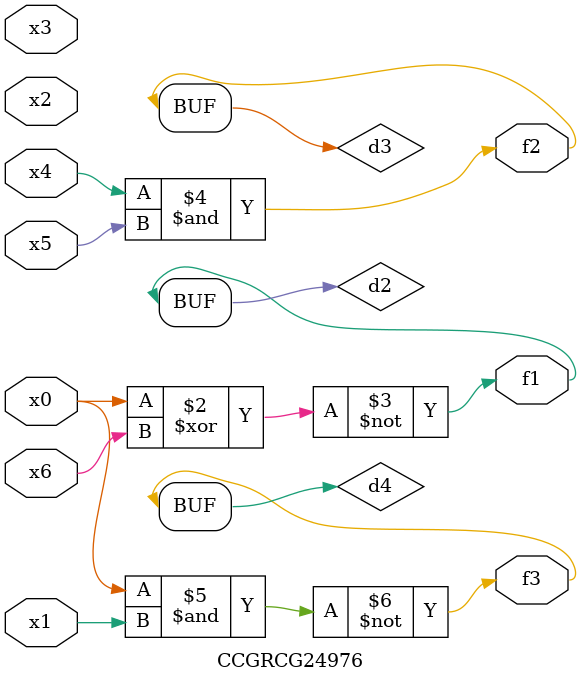
<source format=v>
module CCGRCG24976(
	input x0, x1, x2, x3, x4, x5, x6,
	output f1, f2, f3
);

	wire d1, d2, d3, d4;

	nor (d1, x0);
	xnor (d2, x0, x6);
	and (d3, x4, x5);
	nand (d4, x0, x1);
	assign f1 = d2;
	assign f2 = d3;
	assign f3 = d4;
endmodule

</source>
